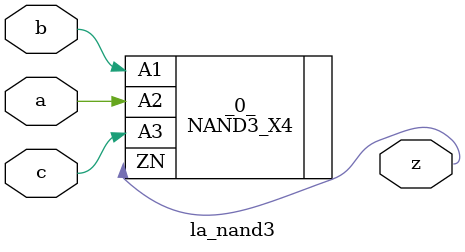
<source format=v>

/* Generated by Yosys 0.44 (git sha1 80ba43d26, g++ 11.4.0-1ubuntu1~22.04 -fPIC -O3) */

(* top =  1  *)
(* src = "inputs/la_nand3.v:10.1-21.10" *)
module la_nand3 (
    a,
    b,
    c,
    z
);
  (* src = "inputs/la_nand3.v:13.12-13.13" *)
  input a;
  wire a;
  (* src = "inputs/la_nand3.v:14.12-14.13" *)
  input b;
  wire b;
  (* src = "inputs/la_nand3.v:15.12-15.13" *)
  input c;
  wire c;
  (* src = "inputs/la_nand3.v:16.12-16.13" *)
  output z;
  wire z;
  NAND3_X4 _0_ (
      .A1(b),
      .A2(a),
      .A3(c),
      .ZN(z)
  );
endmodule

</source>
